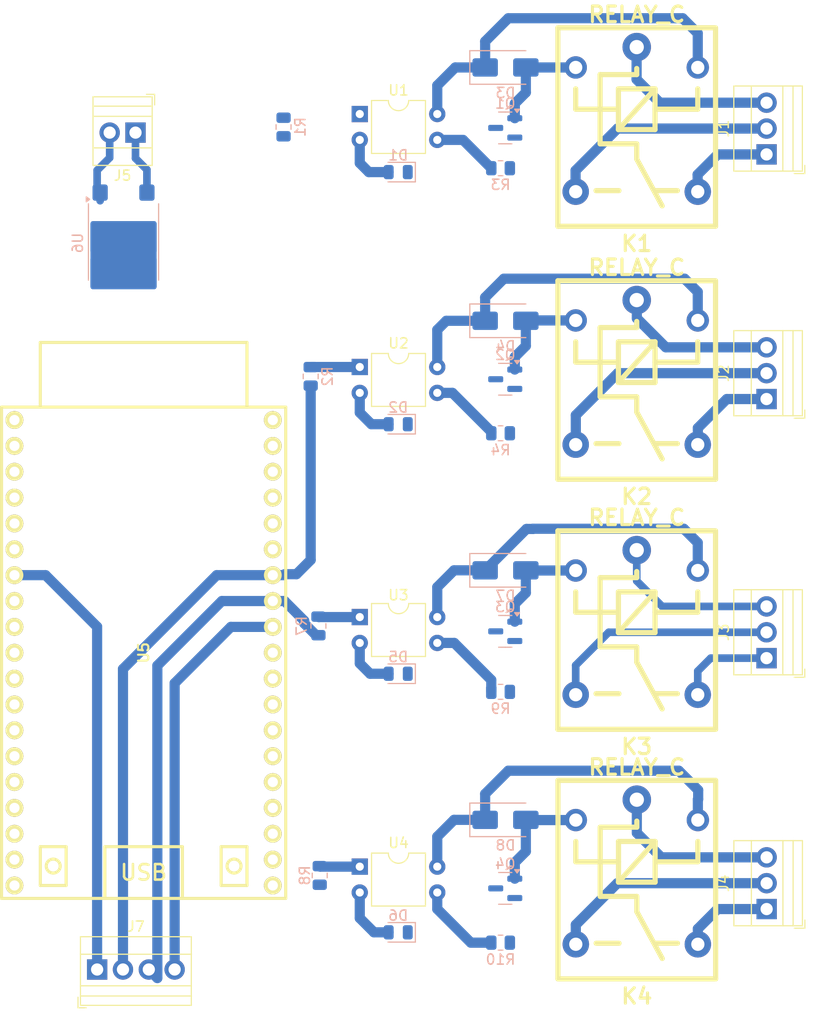
<source format=kicad_pcb>
(kicad_pcb (version 20240108) (generator "pcbnew") (generator_version "8.0")
  (layers (0 "F.Cu" signal) (31 "B.Cu" signal) (34 "B.Paste" user) (35 "F.Paste" user) (36 "B.SilkS" user "B.Silkscreen") (37 "F.SilkS" user "F.Silkscreen") (38 "B.Mask" user) (39 "F.Mask" user) (44 "Edge.Cuts" user))
  (net 0 "")
  (net 1 "Net-(D1-A)")
  (net 2 "Earth")
  (net 3 "Net-(D2-A)")
  (net 4 "IN2")
  (net 5 "Net-(D5-A)")
  (net 6 "Net-(D6-A)")
  (net 7 "Net-(J1-Pin_3)")
  (net 8 "Net-(J1-Pin_2)")
  (net 9 "Net-(J1-Pin_1)")
  (net 10 "Net-(J2-Pin_3)")
  (net 11 "Net-(J2-Pin_2)")
  (net 12 "Net-(J2-Pin_1)")
  (net 13 "Net-(J3-Pin_2)")
  (net 14 "Net-(J3-Pin_1)")
  (net 15 "Net-(J3-Pin_3)")
  (net 16 "Net-(J4-Pin_2)")
  (net 17 "Net-(J4-Pin_3)")
  (net 18 "Net-(J4-Pin_1)")
  (net 19 "IN1")
  (net 22 "Net-(R3-Pad1)")
  (net 23 "Net-(R4-Pad1)")
  (net 24 "Net-(J5-Pin_1)")
  (net 25 "Net-(D3-A)")
  (net 26 "Net-(R9-Pad1)")
  (net 27 "Net-(R10-Pad1)")
  (net 28 "Net-(Q1-B)")
  (net 29 "Net-(Q2-B)")
  (net 30 "Net-(Q3-B)")
  (net 31 "Net-(Q4-B)")
  (net 32 "Net-(D4-A)")
  (net 33 "Net-(R7-Pad1)")
  (net 34 "Net-(D7-A)")
  (net 39 "Net-(D8-A)")
  (net 43 "Net-(R1-Pad2)")
  (net 45 "Net-(R2-Pad2)")
  (net 57 "Net-(R8-Pad2)")
  (net 60 "VCC")
  (net 61 "IN4")
  (net 62 "IN3")
  (footprint "EESTN5:ESP32_DEVKITC" (layer "F.Cu") (at 138.51625 88.74195 -90)
    (property "Reference" "U5" (at 0 0 90) (layer "F.SilkS") (effects (font (size 1.016 1.016) (thickness 0.2032))))
    (property "Value" "ESP32_DEVKITC" (hide yes))
    (fp_text user "USB" (at 21.59 0 180) (layer "F.SilkS") (effects (font (size 1.524 1.524) (thickness 0.254))))
    (pad "1" thru_hole circle (at -22.86 12.7 270) (size 1.75 1.75) (drill 1) (layers "*.Cu" "*.Mask" "F.SilkS"))
    (pad "2" thru_hole circle (at -20.32 12.7 270) (size 1.75 1.75) (drill 1) (layers "*.Cu" "*.Mask" "F.SilkS"))
    (pad "3" thru_hole circle (at -17.78 12.7 270) (size 1.75 1.75) (drill 1) (layers "*.Cu" "*.Mask" "F.SilkS"))
    (pad "4" thru_hole circle (at -15.24 12.7 270) (size 1.75 1.75) (drill 1) (layers "*.Cu" "*.Mask" "F.SilkS"))
    (pad "5" thru_hole circle (at -12.7 12.7 270) (size 1.75 1.75) (drill 1) (layers "*.Cu" "*.Mask" "F.SilkS"))
    (pad "6" thru_hole circle (at -10.16 12.7 270) (size 1.75 1.75) (drill 1) (layers "*.Cu" "*.Mask" "F.SilkS"))
    (pad "7" thru_hole circle (at -7.62 12.7 270) (size 1.75 1.75) (drill 1) (layers "*.Cu" "*.Mask" "F.SilkS") (net 19 "IN1"))
    (pad "8" thru_hole circle (at -5.08 12.7 270) (size 1.75 1.75) (drill 1) (layers "*.Cu" "*.Mask" "F.SilkS"))
    (pad "9" thru_hole circle (at -2.54 12.7 270) (size 1.75 1.75) (drill 1) (layers "*.Cu" "*.Mask" "F.SilkS"))
    (pad "10" thru_hole circle (at 0 12.7 270) (size 1.75 1.75) (drill 1) (layers "*.Cu" "*.Mask" "F.SilkS"))
    (pad "11" thru_hole circle (at 2.54 12.7 270) (size 1.75 1.75) (drill 1) (layers "*.Cu" "*.Mask" "F.SilkS"))
    (pad "12" thru_hole circle (at 5.08 12.7 270) (size 1.75 1.75) (drill 1) (layers "*.Cu" "*.Mask" "F.SilkS"))
    (pad "13" thru_hole circle (at 7.62 12.7 270) (size 1.75 1.75) (drill 1) (layers "*.Cu" "*.Mask" "F.SilkS"))
    (pad "14" thru_hole circle (at 10.16 12.7 270) (size 1.75 1.75) (drill 1) (layers "*.Cu" "*.Mask" "F.SilkS"))
    (pad "15" thru_hole circle (at 12.7 12.7 270) (size 1.75 1.75) (drill 1) (layers "*.Cu" "*.Mask" "F.SilkS"))
    (pad "16" thru_hole circle (at 15.24 12.7 270) (size 1.75 1.75) (drill 1) (layers "*.Cu" "*.Mask" "F.SilkS"))
    (pad "17" thru_hole circle (at 17.78 12.7 270) (size 1.75 1.75) (drill 1) (layers "*.Cu" "*.Mask" "F.SilkS"))
    (pad "18" thru_hole circle (at 20.32 12.7 270) (size 1.75 1.75) (drill 1) (layers "*.Cu" "*.Mask" "F.SilkS"))
    (pad "19" thru_hole circle (at 22.86 12.7 270) (size 1.75 1.75) (drill 1) (layers "*.Cu" "*.Mask" "F.SilkS") (net 60 "VCC"))
    (pad "20" thru_hole circle (at 22.86 -12.7 90) (size 1.75 1.75) (drill 1) (layers "*.Cu" "*.Mask" "F.SilkS"))
    (pad "21" thru_hole circle (at 20.32 -12.7 90) (size 1.75 1.75) (drill 1) (layers "*.Cu" "*.Mask" "F.SilkS"))
    (pad "22" thru_hole circle (at 17.78 -12.7 90) (size 1.75 1.75) (drill 1) (layers "*.Cu" "*.Mask" "F.SilkS"))
    (pad "23" thru_hole circle (at 15.24 -12.7 90) (size 1.75 1.75) (drill 1) (layers "*.Cu" "*.Mask" "F.SilkS"))
    (pad "24" thru_hole circle (at 12.7 -12.7 90) (size 1.75 1.75) (drill 1) (layers "*.Cu" "*.Mask" "F.SilkS"))
    (pad "25" thru_hole circle (at 10.16 -12.7 90) (size 1.75 1.75) (drill 1) (layers "*.Cu" "*.Mask" "F.SilkS"))
    (pad "26" thru_hole circle (at 7.62 -12.7 90) (size 1.75 1.75) (drill 1) (layers "*.Cu" "*.Mask" "F.SilkS"))
    (pad "27" thru_hole circle (at 5.08 -12.7 90) (size 1.75 1.75) (drill 1) (layers "*.Cu" "*.Mask" "F.SilkS"))
    (pad "28" thru_hole circle (at 2.54 -12.7 90) (size 1.75 1.75) (drill 1) (layers "*.Cu" "*.Mask" "F.SilkS"))
    (pad "29" thru_hole circle (at 0 -12.7 90) (size 1.75 1.75) (drill 1) (layers "*.Cu" "*.Mask" "F.SilkS"))
    (pad "30" thru_hole circle (at -2.54 -12.7 90) (size 1.75 1.75) (drill 1) (layers "*.Cu" "*.Mask" "F.SilkS") (net 61 "IN4"))
    (pad "31" thru_hole circle (at -5.08 -12.7 90) (size 1.75 1.75) (drill 1) (layers "*.Cu" "*.Mask" "F.SilkS") (net 62 "IN3"))
    (pad "32" thru_hole circle (at -7.62 -12.7 90) (size 1.75 1.75) (drill 1) (layers "*.Cu" "*.Mask" "F.SilkS") (net 4 "IN2"))
    (pad "33" thru_hole circle (at -10.16 -12.7 90) (size 1.75 1.75) (drill 1) (layers "*.Cu" "*.Mask" "F.SilkS"))
    (pad "34" thru_hole circle (at -12.7 -12.7 90) (size 1.75 1.75) (drill 1) (layers "*.Cu" "*.Mask" "F.SilkS"))
    (pad "35" thru_hole circle (at -15.24 -12.7 90) (size 1.75 1.75) (drill 1) (layers "*.Cu" "*.Mask" "F.SilkS"))
    (pad "36" thru_hole circle (at -17.78 -12.7 90) (size 1.75 1.75) (drill 1) (layers "*.Cu" "*.Mask" "F.SilkS"))
    (pad "37" thru_hole circle (at -20.32 -12.7 90) (size 1.75 1.75) (drill 1) (layers "*.Cu" "*.Mask" "F.SilkS"))
    (pad "38" thru_hole circle (at -22.86 -12.7 90) (size 1.75 1.75) (drill 1) (layers "*.Cu" "*.Mask" "F.SilkS") (net 2 "Earth"))
  )
  (footprint "EESTN5:Relay_C" (layer "F.Cu") (at 186.9973 86.7633)
    (property "Reference" "K3" (at 0 11.2 0) (layer "F.SilkS") (effects (font (size 1.524 1.524) (thickness 0.3048))))
    (property "Value" "RELAY_C" (at 0 -11.3 0) (layer "F.SilkS") (effects (font (size 1.524 1.524) (thickness 0.3048))))
    (pad "1" thru_hole circle (at 0 -8.1) (size 2.8 2.8) (drill 1.4) (layers "*.Cu" "*.Mask") (net 15 "Net-(J3-Pin_3)"))
    (pad "2" thru_hole circle (at -6 -6.1) (size 2.2 2.2) (drill 1.3) (layers "*.Cu" "*.Mask") (net 34 "Net-(D7-A)"))
    (pad "3" thru_hole circle (at -6 6.1) (size 2.6 2.6) (drill 1.3) (layers "*.Cu" "*.Mask") (net 13 "Net-(J3-Pin_2)"))
    (pad "4" thru_hole circle (at 6 6.1) (size 2.6 2.6) (drill 1.3) (layers "*.Cu" "*.Mask") (net 14 "Net-(J3-Pin_1)"))
    (pad "5" thru_hole circle (at 6 -6.1) (size 2.2 2.2) (drill 1.3) (layers "*.Cu" "*.Mask") (net 60 "VCC"))
  )
  (footprint "TerminalBlock:TerminalBlock_Xinya_XY308-2.54-3P_1x03_P2.54mm_Horizontal" (layer "F.Cu") (at 199.76155 63.82075 90)
    (property "Reference" "J2" (at 2.54 -4.22 -90) (layer "F.SilkS"))
    (property "Value" "Screw_Terminal_01x03")
    (pad "1" thru_hole rect (at 0 0 90) (size 2 2) (drill 1.2) (layers "*.Cu" "*.Mask") (net 12 "Net-(J2-Pin_1)"))
    (pad "2" thru_hole circle (at 2.54 0 90) (size 2 2) (drill 1.2) (layers "*.Cu" "*.Mask") (net 11 "Net-(J2-Pin_2)"))
    (pad "3" thru_hole circle (at 5.08 0 90) (size 2 2) (drill 1.2) (layers "*.Cu" "*.Mask") (net 10 "Net-(J2-Pin_3)"))
  )
  (footprint "Package_DIP:DIP-4_W7.62mm" (layer "F.Cu") (at 159.766 85.2383)
    (property "Reference" "U3" (at 3.8 -2.154 360) (layer "F.SilkS"))
    (property "Value" "PC817")
    (pad "1" thru_hole rect (at 0 0) (size 1.6 1.6) (drill 0.8) (layers "*.Cu" "*.Mask") (net 33 "Net-(R7-Pad1)"))
    (pad "2" thru_hole oval (at 0 2.54) (size 1.6 1.6) (drill 0.8) (layers "*.Cu" "*.Mask") (net 5 "Net-(D5-A)"))
    (pad "3" thru_hole oval (at 7.62 2.54) (size 1.6 1.6) (drill 0.8) (layers "*.Cu" "*.Mask") (net 26 "Net-(R9-Pad1)"))
    (pad "4" thru_hole oval (at 7.62 0) (size 1.6 1.6) (drill 0.8) (layers "*.Cu" "*.Mask") (net 60 "VCC"))
  )
  (footprint "EESTN5:Relay_C" (layer "F.Cu") (at 186.9973 37.34995)
    (property "Reference" "K1" (at 0 11.2 0) (layer "F.SilkS") (effects (font (size 1.524 1.524) (thickness 0.3048))))
    (property "Value" "RELAY_C" (at 0 -11.3 0) (layer "F.SilkS") (effects (font (size 1.524 1.524) (thickness 0.3048))))
    (pad "1" thru_hole circle (at 0 -8.1) (size 2.8 2.8) (drill 1.4) (layers "*.Cu" "*.Mask") (net 7 "Net-(J1-Pin_3)"))
    (pad "2" thru_hole circle (at -6 -6.1) (size 2.2 2.2) (drill 1.3) (layers "*.Cu" "*.Mask") (net 25 "Net-(D3-A)"))
    (pad "3" thru_hole circle (at -6 6.1) (size 2.6 2.6) (drill 1.3) (layers "*.Cu" "*.Mask") (net 8 "Net-(J1-Pin_2)"))
    (pad "4" thru_hole circle (at 6 6.1) (size 2.6 2.6) (drill 1.3) (layers "*.Cu" "*.Mask") (net 9 "Net-(J1-Pin_1)"))
    (pad "5" thru_hole circle (at 6 -6.1) (size 2.2 2.2) (drill 1.3) (layers "*.Cu" "*.Mask") (net 60 "VCC"))
  )
  (footprint "TerminalBlock:TerminalBlock_Xinya_XY308-2.54-4P_1x04_P2.54mm_Horizontal" (layer "F.Cu") (at 133.94425 119.85695)
    (property "Reference" "J7" (at 3.81 -4.22 360) (layer "F.SilkS"))
    (property "Value" "Screw_Terminal_01x04")
    (pad "1" thru_hole rect (at 0 0) (size 2 2) (drill 1.2) (layers "*.Cu" "*.Mask") (net 19 "IN1"))
    (pad "2" thru_hole circle (at 2.54 0) (size 2 2) (drill 1.2) (layers "*.Cu" "*.Mask") (net 4 "IN2"))
    (pad "3" thru_hole circle (at 5.08 0) (size 2 2) (drill 1.2) (layers "*.Cu" "*.Mask") (net 62 "IN3"))
    (pad "4" thru_hole circle (at 7.62 0) (size 2 2) (drill 1.2) (layers "*.Cu" "*.Mask") (net 61 "IN4"))
  )
  (footprint "Package_DIP:DIP-4_W7.62mm" (layer "F.Cu") (at 159.766 109.7524)
    (property "Reference" "U4" (at 3.81 -2.33 360) (layer "F.SilkS"))
    (property "Value" "PC817")
    (pad "1" thru_hole rect (at 0 0) (size 1.6 1.6) (drill 0.8) (layers "*.Cu" "*.Mask") (net 57 "Net-(R8-Pad2)"))
    (pad "2" thru_hole oval (at 0 2.54) (size 1.6 1.6) (drill 0.8) (layers "*.Cu" "*.Mask") (net 6 "Net-(D6-A)"))
    (pad "3" thru_hole oval (at 7.62 2.54) (size 1.6 1.6) (drill 0.8) (layers "*.Cu" "*.Mask") (net 27 "Net-(R10-Pad1)"))
    (pad "4" thru_hole oval (at 7.62 0) (size 1.6 1.6) (drill 0.8) (layers "*.Cu" "*.Mask") (net 60 "VCC"))
  )
  (footprint "EESTN5:Relay_C" (layer "F.Cu") (at 186.9973 62.19915)
    (property "Reference" "K2" (at 0 11.2 0) (layer "F.SilkS") (effects (font (size 1.524 1.524) (thickness 0.3048))))
    (property "Value" "RELAY_C" (at 0 -11.3 0) (layer "F.SilkS") (effects (font (size 1.524 1.524) (thickness 0.3048))))
    (pad "1" thru_hole circle (at 0 -8.1) (size 2.8 2.8) (drill 1.4) (layers "*.Cu" "*.Mask") (net 10 "Net-(J2-Pin_3)"))
    (pad "2" thru_hole circle (at -6 -6.1) (size 2.2 2.2) (drill 1.3) (layers "*.Cu" "*.Mask") (net 32 "Net-(D4-A)"))
    (pad "3" thru_hole circle (at -6 6.1) (size 2.6 2.6) (drill 1.3) (layers "*.Cu" "*.Mask") (net 11 "Net-(J2-Pin_2)"))
    (pad "4" thru_hole circle (at 6 6.1) (size 2.6 2.6) (drill 1.3) (layers "*.Cu" "*.Mask") (net 12 "Net-(J2-Pin_1)"))
    (pad "5" thru_hole circle (at 6 -6.1) (size 2.2 2.2) (drill 1.3) (layers "*.Cu" "*.Mask") (net 60 "VCC"))
  )
  (footprint "TerminalBlock:TerminalBlock_Xinya_XY308-2.54-3P_1x03_P2.54mm_Horizontal" (layer "F.Cu") (at 199.76155 89.27155 90)
    (property "Reference" "J3" (at 2.54 -4.22 -90) (layer "F.SilkS"))
    (property "Value" "Screw_Terminal_01x03")
    (pad "1" thru_hole rect (at 0 0 90) (size 2 2) (drill 1.2) (layers "*.Cu" "*.Mask") (net 14 "Net-(J3-Pin_1)"))
    (pad "2" thru_hole circle (at 2.54 0 90) (size 2 2) (drill 1.2) (layers "*.Cu" "*.Mask") (net 13 "Net-(J3-Pin_2)"))
    (pad "3" thru_hole circle (at 5.08 0 90) (size 2 2) (drill 1.2) (layers "*.Cu" "*.Mask") (net 15 "Net-(J3-Pin_3)"))
  )
  (footprint "EESTN5:Relay_C" (layer "F.Cu") (at 187.00675 111.2774)
    (property "Reference" "K4" (at 0 11.2 0) (layer "F.SilkS") (effects (font (size 1.524 1.524) (thickness 0.3048))))
    (property "Value" "RELAY_C" (at 0 -11.3 0) (layer "F.SilkS") (effects (font (size 1.524 1.524) (thickness 0.3048))))
    (pad "1" thru_hole circle (at 0 -8.1) (size 2.8 2.8) (drill 1.4) (layers "*.Cu" "*.Mask") (net 17 "Net-(J4-Pin_3)"))
    (pad "2" thru_hole circle (at -6 -6.1) (size 2.2 2.2) (drill 1.3) (layers "*.Cu" "*.Mask") (net 39 "Net-(D8-A)"))
    (pad "3" thru_hole circle (at -6 6.1) (size 2.6 2.6) (drill 1.3) (layers "*.Cu" "*.Mask") (net 16 "Net-(J4-Pin_2)"))
    (pad "4" thru_hole circle (at 6 6.1) (size 2.6 2.6) (drill 1.3) (layers "*.Cu" "*.Mask") (net 18 "Net-(J4-Pin_1)"))
    (pad "5" thru_hole circle (at 6 -6.1) (size 2.2 2.2) (drill 1.3) (layers "*.Cu" "*.Mask") (net 60 "VCC"))
  )
  (footprint "Package_DIP:DIP-4_W7.62mm" (layer "F.Cu") (at 159.766 60.67415)
    (property "Reference" "U2" (at 3.81 -2.33 360) (layer "F.SilkS"))
    (property "Value" "PC817")
    (pad "1" thru_hole rect (at 0 0) (size 1.6 1.6) (drill 0.8) (layers "*.Cu" "*.Mask") (net 45 "Net-(R2-Pad2)"))
    (pad "2" thru_hole oval (at 0 2.54) (size 1.6 1.6) (drill 0.8) (layers "*.Cu" "*.Mask") (net 3 "Net-(D2-A)"))
    (pad "3" thru_hole oval (at 7.62 2.54) (size 1.6 1.6) (drill 0.8) (layers "*.Cu" "*.Mask") (net 23 "Net-(R4-Pad1)"))
    (pad "4" thru_hole oval (at 7.62 0) (size 1.6 1.6) (drill 0.8) (layers "*.Cu" "*.Mask") (net 60 "VCC"))
  )
  (footprint "TerminalBlock:TerminalBlock_Xinya_XY308-2.54-3P_1x03_P2.54mm_Horizontal" (layer "F.Cu") (at 199.771 113.919 90)
    (property "Reference" "J4" (at 2.54 -4.22 -90) (layer "F.SilkS"))
    (property "Value" "CERRADURA")
    (pad "1" thru_hole rect (at 0 0 90) (size 2 2) (drill 1.2) (layers "*.Cu" "*.Mask") (net 18 "Net-(J4-Pin_1)"))
    (pad "2" thru_hole circle (at 2.54 0 90) (size 2 2) (drill 1.2) (layers "*.Cu" "*.Mask") (net 16 "Net-(J4-Pin_2)"))
    (pad "3" thru_hole circle (at 5.08 0 90) (size 2 2) (drill 1.2) (layers "*.Cu" "*.Mask") (net 17 "Net-(J4-Pin_3)"))
  )
  (footprint "Package_DIP:DIP-4_W7.62mm" (layer "F.Cu") (at 159.766 35.82495)
    (property "Reference" "U1" (at 3.81 -2.33 360) (layer "F.SilkS"))
    (property "Value" "PC817")
    (pad "1" thru_hole rect (at 0 0) (size 1.6 1.6) (drill 0.8) (layers "*.Cu" "*.Mask") (net 43 "Net-(R1-Pad2)"))
    (pad "2" thru_hole oval (at 0 2.54) (size 1.6 1.6) (drill 0.8) (layers "*.Cu" "*.Mask") (net 1 "Net-(D1-A)"))
    (pad "3" thru_hole oval (at 7.62 2.54) (size 1.6 1.6) (drill 0.8) (layers "*.Cu" "*.Mask") (net 22 "Net-(R3-Pad1)"))
    (pad "4" thru_hole oval (at 7.62 0) (size 1.6 1.6) (drill 0.8) (layers "*.Cu" "*.Mask") (net 60 "VCC"))
  )
  (footprint "TerminalBlock:TerminalBlock_Xinya_XY308-2.54-2P_1x02_P2.54mm_Horizontal" (layer "F.Cu") (at 137.7165 37.650001 180)
    (property "Reference" "J5" (at 1.27 -4.22 180) (layer "F.SilkS"))
    (property "Value" "Screw_Terminal_01x02")
    (pad "1" thru_hole rect (at 0 0 180) (size 2 2) (drill 1.2) (layers "*.Cu" "*.Mask") (net 24 "Net-(J5-Pin_1)"))
    (pad "2" thru_hole circle (at 2.54 0 180) (size 2 2) (drill 1.2) (layers "*.Cu" "*.Mask") (net 2 "Earth"))
  )
  (footprint "TerminalBlock:TerminalBlock_Xinya_XY308-2.54-3P_1x03_P2.54mm_Horizontal" (layer "F.Cu") (at 199.76315 39.79095 90)
    (property "Reference" "J1" (at 2.54 -4.22 -90) (layer "F.SilkS"))
    (property "Value" "Screw_Terminal_01x03")
    (pad "1" thru_hole rect (at 0 0 90) (size 2 2) (drill 1.2) (layers "*.Cu" "*.Mask") (net 9 "Net-(J1-Pin_1)"))
    (pad "2" thru_hole circle (at 2.54 0 90) (size 2 2) (drill 1.2) (layers "*.Cu" "*.Mask") (net 8 "Net-(J1-Pin_2)"))
    (pad "3" thru_hole circle (at 5.08 0 90) (size 2 2) (drill 1.2) (layers "*.Cu" "*.Mask") (net 7 "Net-(J1-Pin_3)"))
  )
  (footprint "Resistor_SMD:R_0805_2012Metric" (layer "B.Cu") (at 152.273 37.09995 90)
    (property "Reference" "R1" (at 0 1.65 270) (layer "B.SilkS") (effects (justify mirror)))
    (property "Value" "1K")
    (pad "1" smd roundrect (at -0.9125 0 90) (size 1.025 1.4) (layers "B.Cu" "B.Paste" "B.Mask") (roundrect_rratio 0.243902) (net 19 "IN1"))
    (pad "2" smd roundrect (at 0.9125 0 90) (size 1.025 1.4) (layers "B.Cu" "B.Paste" "B.Mask") (roundrect_rratio 0.243902) (net 43 "Net-(R1-Pad2)"))
  )
  (footprint "Resistor_SMD:R_0805_2012Metric" (layer "B.Cu") (at 173.609 41.148)
    (property "Reference" "R3" (at 0 1.6232 360) (layer "B.SilkS") (effects (justify mirror)))
    (property "Value" "10k")
    (pad "1" smd roundrect (at -0.9125 0) (size 1.025 1.4) (layers "B.Cu" "B.Paste" "B.Mask") (roundrect_rratio 0.243902) (net 22 "Net-(R3-Pad1)"))
    (pad "2" smd roundrect (at 0.9125 0) (size 1.025 1.4) (layers "B.Cu" "B.Paste" "B.Mask") (roundrect_rratio 0.243902) (net 28 "Net-(Q1-B)"))
  )
  (footprint "LED_SMD:LED_0805_2012Metric" (layer "B.Cu") (at 163.546 90.805 180)
    (property "Reference" "D5" (at 0 1.65 180) (layer "B.SilkS") (effects (justify mirror)))
    (property "Value" "LED")
    (pad "1" smd roundrect (at -0.9375 0 180) (size 0.975 1.4) (layers "B.Cu" "B.Paste" "B.Mask") (net 2 "Earth"))
    (pad "2" smd roundrect (at 0.9375 0 180) (size 0.975 1.4) (layers "B.Cu" "B.Paste" "B.Mask") (net 5 "Net-(D5-A)"))
  )
  (footprint "Resistor_SMD:R_0805_2012Metric" (layer "B.Cu") (at 154.94 61.595 90)
    (property "Reference" "R2" (at 0 1.65 270) (layer "B.SilkS") (effects (justify mirror)))
    (property "Value" "1K")
    (pad "1" smd roundrect (at -0.9125 0 90) (size 1.025 1.4) (layers "B.Cu" "B.Paste" "B.Mask") (roundrect_rratio 0.243902) (net 4 "IN2"))
    (pad "2" smd roundrect (at 0.9125 0 90) (size 1.025 1.4) (layers "B.Cu" "B.Paste" "B.Mask") (roundrect_rratio 0.243902) (net 45 "Net-(R2-Pad2)"))
  )
  (footprint "Diode_SMD:D_SMA" (layer "B.Cu") (at 174.0948 31.24995)
    (property "Reference" "D3" (at 0 2.5 360) (layer "B.SilkS") (effects (justify mirror)))
    (property "Value" "D")
    (pad "1" smd roundrect (at -2 0) (size 2.5 1.8) (layers "B.Cu" "B.Paste" "B.Mask") (roundrect_rratio 0.1388888889) (net 60 "VCC"))
    (pad "2" smd roundrect (at 2 0) (size 2.5 1.8) (layers "B.Cu" "B.Paste" "B.Mask") (roundrect_rratio 0.1388888889) (net 25 "Net-(D3-A)"))
  )
  (footprint "Diode_SMD:D_SMA" (layer "B.Cu") (at 174.0948 80.645)
    (property "Reference" "D7" (at 0 2.5 360) (layer "B.SilkS") (effects (justify mirror)))
    (property "Value" "D")
    (pad "1" smd roundrect (at -2 0) (size 2.5 1.8) (layers "B.Cu" "B.Paste" "B.Mask") (roundrect_rratio 0.1388888889) (net 60 "VCC"))
    (pad "2" smd roundrect (at 2 0) (size 2.5 1.8) (layers "B.Cu" "B.Paste" "B.Mask") (roundrect_rratio 0.1388888889) (net 34 "Net-(D7-A)"))
  )
  (footprint "Package_TO_SOT_SMD:ATPAK-2" (layer "B.Cu") (at 136.539 48.492001 -90)
    (property "Reference" "U6" (at 0 4.5 90) (layer "B.SilkS") (effects (justify mirror)))
    (property "Value" "LM7805")
    (pad "1" smd roundrect (at -4.95 2.3 270) (size 1.6 1.5) (layers "B.Cu" "B.Paste" "B.Mask") (roundrect_rratio 0.166667) (net 2 "Earth"))
    (pad "2" smd roundrect (at -0.55 -1.7 270) (size 3.2 3.1) (layers "B.Cu" "B.Paste") (roundrect_rratio 0.080645) (net 60 "VCC"))
    (pad "2" smd roundrect (at -0.55 1.7 270) (size 3.2 3.1) (layers "B.Cu" "B.Paste") (roundrect_rratio 0.080645) (net 60 "VCC"))
    (pad "2" smd roundrect (at 1.2 0 270) (size 6.7 6.5) (layers "B.Cu" "B.Mask") (roundrect_rratio 0.038462) (net 60 "VCC"))
    (pad "2" smd roundrect (at 2.95 -1.7 270) (size 3.2 3.1) (layers "B.Cu" "B.Paste") (roundrect_rratio 0.080645) (net 60 "VCC"))
    (pad "2" smd roundrect (at 2.95 1.7 270) (size 3.2 3.1) (layers "B.Cu" "B.Paste") (roundrect_rratio 0.080645) (net 60 "VCC"))
    (pad "3" smd roundrect (at -4.95 -2.3 270) (size 1.6 1.5) (layers "B.Cu" "B.Paste" "B.Mask") (roundrect_rratio 0.166667) (net 24 "Net-(J5-Pin_1)"))
  )
  (footprint "Resistor_SMD:R_0805_2012Metric" (layer "B.Cu") (at 155.829 110.617 90)
    (property "Reference" "R8" (at 0 -1.46285 270) (layer "B.SilkS") (effects (justify mirror)))
    (property "Value" "1K")
    (pad "1" smd roundrect (at -0.9125 0 90) (size 1.025 1.4) (layers "B.Cu" "B.Paste" "B.Mask") (roundrect_rratio 0.243902) (net 61 "IN4"))
    (pad "2" smd roundrect (at 0.9125 0 90) (size 1.025 1.4) (layers "B.Cu" "B.Paste" "B.Mask") (roundrect_rratio 0.243902) (net 57 "Net-(R8-Pad2)"))
  )
  (footprint "Diode_SMD:D_SMA" (layer "B.Cu") (at 174.0948 56.134)
    (property "Reference" "D4" (at 0 2.5 360) (layer "B.SilkS") (effects (justify mirror)))
    (property "Value" "D")
    (pad "1" smd roundrect (at -2 0) (size 2.5 1.8) (layers "B.Cu" "B.Paste" "B.Mask") (roundrect_rratio 0.1388888889) (net 60 "VCC"))
    (pad "2" smd roundrect (at 2 0) (size 2.5 1.8) (layers "B.Cu" "B.Paste" "B.Mask") (roundrect_rratio 0.1388888889) (net 32 "Net-(D4-A)"))
  )
  (footprint "Package_TO_SOT_SMD:SOT-23" (layer "B.Cu") (at 174.0723 37.18745 180)
    (property "Reference" "Q1" (at 0 2.4 180) (layer "B.SilkS") (effects (justify mirror)))
    (property "Value" "2N2222")
    (pad "1" smd roundrect (at -0.9375 0.95 180) (size 1.475 0.6) (layers "B.Cu" "B.Paste" "B.Mask") (net 25 "Net-(D3-A)"))
    (pad "2" smd roundrect (at -0.9375 -0.95 180) (size 1.475 0.6) (layers "B.Cu" "B.Paste" "B.Mask") (net 28 "Net-(Q1-B)"))
    (pad "3" smd roundrect (at 0.9375 0 180) (size 1.475 0.6) (layers "B.Cu" "B.Paste" "B.Mask") (net 2 "Earth"))
  )
  (footprint "Diode_SMD:D_SMA" (layer "B.Cu") (at 174.0948 105.156)
    (property "Reference" "D8" (at 0 2.5 360) (layer "B.SilkS") (effects (justify mirror)))
    (property "Value" "D")
    (pad "1" smd roundrect (at -2 0) (size 2.5 1.8) (layers "B.Cu" "B.Paste" "B.Mask") (roundrect_rratio 0.1388888889) (net 60 "VCC"))
    (pad "2" smd roundrect (at 2 0) (size 2.5 1.8) (layers "B.Cu" "B.Paste" "B.Mask") (roundrect_rratio 0.1388888889) (net 39 "Net-(D8-A)"))
  )
  (footprint "LED_SMD:LED_0805_2012Metric" (layer "B.Cu") (at 163.546 116.205 180)
    (property "Reference" "D6" (at 0 1.65 180) (layer "B.SilkS") (effects (justify mirror)))
    (property "Value" "LED")
    (pad "1" smd roundrect (at -0.9375 0 180) (size 0.975 1.4) (layers "B.Cu" "B.Paste" "B.Mask") (net 2 "Earth"))
    (pad "2" smd roundrect (at 0.9375 0 180) (size 0.975 1.4) (layers "B.Cu" "B.Paste" "B.Mask") (net 6 "Net-(D6-A)"))
  )
  (footprint "Package_TO_SOT_SMD:SOT-23" (layer "B.Cu") (at 174.0723 61.87515 180)
    (property "Reference" "Q2" (at 0 2.4 180) (layer "B.SilkS") (effects (justify mirror)))
    (property "Value" "2N2222")
    (pad "1" smd roundrect (at -0.9375 0.95 180) (size 1.475 0.6) (layers "B.Cu" "B.Paste" "B.Mask") (net 32 "Net-(D4-A)"))
    (pad "2" smd roundrect (at -0.9375 -0.95 180) (size 1.475 0.6) (layers "B.Cu" "B.Paste" "B.Mask") (net 29 "Net-(Q2-B)"))
    (pad "3" smd roundrect (at 0.9375 0 180) (size 1.475 0.6) (layers "B.Cu" "B.Paste" "B.Mask") (net 2 "Earth"))
  )
  (footprint "Package_TO_SOT_SMD:SOT-23" (layer "B.Cu") (at 174.0723 111.887 180)
    (property "Reference" "Q4" (at 0 2.4 180) (layer "B.SilkS") (effects (justify mirror)))
    (property "Value" "2N2222")
    (pad "1" smd roundrect (at -0.9375 0.95 180) (size 1.475 0.6) (layers "B.Cu" "B.Paste" "B.Mask") (net 39 "Net-(D8-A)"))
    (pad "2" smd roundrect (at -0.9375 -0.95 180) (size 1.475 0.6) (layers "B.Cu" "B.Paste" "B.Mask") (net 31 "Net-(Q4-B)"))
    (pad "3" smd roundrect (at 0.9375 0 180) (size 1.475 0.6) (layers "B.Cu" "B.Paste" "B.Mask") (net 2 "Earth"))
  )
  (footprint "Package_TO_SOT_SMD:SOT-23" (layer "B.Cu") (at 174.0723 86.6403 180)
    (property "Reference" "Q3" (at 0 2.4 180) (layer "B.SilkS") (effects (justify mirror)))
    (property "Value" "2N2222")
    (pad "1" smd roundrect (at -0.9375 0.95 180) (size 1.475 0.6) (layers "B.Cu" "B.Paste" "B.Mask") (net 34 "Net-(D7-A)"))
    (pad "2" smd roundrect (at -0.9375 -0.95 180) (size 1.475 0.6) (layers "B.Cu" "B.Paste" "B.Mask") (net 30 "Net-(Q3-B)"))
    (pad "3" smd roundrect (at 0.9375 0 180) (size 1.475 0.6) (layers "B.Cu" "B.Paste" "B.Mask") (net 2 "Earth"))
  )
  (footprint "LED_SMD:LED_0805_2012Metric" (layer "B.Cu") (at 163.546 66.294 180)
    (property "Reference" "D2" (at 0 1.65 180) (layer "B.SilkS") (effects (justify mirror)))
    (property "Value" "LED")
    (pad "1" smd roundrect (at -0.9375 0 180) (size 0.975 1.4) (layers "B.Cu" "B.Paste" "B.Mask") (net 2 "Earth"))
    (pad "2" smd roundrect (at 0.9375 0 180) (size 0.975 1.4) (layers "B.Cu" "B.Paste" "B.Mask") (net 3 "Net-(D2-A)"))
  )
  (footprint "LED_SMD:LED_0805_2012Metric" (layer "B.Cu") (at 163.546 41.529 180)
    (property "Reference" "D1" (at 0 1.65 180) (layer "B.SilkS") (effects (justify mirror)))
    (property "Value" "LED")
    (pad "1" smd roundrect (at -0.9375 0 180) (size 0.975 1.4) (layers "B.Cu" "B.Paste" "B.Mask") (net 2 "Earth"))
    (pad "2" smd roundrect (at 0.9375 0 180) (size 0.975 1.4) (layers "B.Cu" "B.Paste" "B.Mask") (net 1 "Net-(D1-A)"))
  )
  (footprint "Resistor_SMD:R_0805_2012Metric" (layer "B.Cu") (at 173.609 67.183)
    (property "Reference" "R4" (at 0 1.65 360) (layer "B.SilkS") (effects (justify mirror)))
    (property "Value" "10k")
    (pad "1" smd roundrect (at -0.9125 0) (size 1.025 1.4) (layers "B.Cu" "B.Paste" "B.Mask") (roundrect_rratio 0.243902) (net 23 "Net-(R4-Pad1)"))
    (pad "2" smd roundrect (at 0.9125 0) (size 1.025 1.4) (layers "B.Cu" "B.Paste" "B.Mask") (roundrect_rratio 0.243902) (net 29 "Net-(Q2-B)"))
  )
  (footprint "Resistor_SMD:R_0805_2012Metric" (layer "B.Cu") (at 155.702 86.106 -90)
    (property "Reference" "R7" (at 0 1.65 90) (layer "B.SilkS") (effects (justify mirror)))
    (property "Value" "1K")
    (pad "1" smd roundrect (at -0.9125 0 270) (size 1.025 1.4) (layers "B.Cu" "B.Paste" "B.Mask") (roundrect_rratio 0.243902) (net 33 "Net-(R7-Pad1)"))
    (pad "2" smd roundrect (at 0.9125 0 270) (size 1.025 1.4) (layers "B.Cu" "B.Paste" "B.Mask") (roundrect_rratio 0.243902) (net 62 "IN3"))
  )
  (footprint "Resistor_SMD:R_0805_2012Metric" (layer "B.Cu") (at 173.609 92.583)
    (property "Reference" "R9" (at 0 1.65 360) (layer "B.SilkS") (effects (justify mirror)))
    (property "Value" "10k")
    (pad "1" smd roundrect (at -0.9125 0) (size 1.025 1.4) (layers "B.Cu" "B.Paste" "B.Mask") (roundrect_rratio 0.243902) (net 26 "Net-(R9-Pad1)"))
    (pad "2" smd roundrect (at 0.9125 0) (size 1.025 1.4) (layers "B.Cu" "B.Paste" "B.Mask") (roundrect_rratio 0.243902) (net 30 "Net-(Q3-B)"))
  )
  (footprint "Resistor_SMD:R_0805_2012Metric" (layer "B.Cu") (at 173.609 117.221)
    (property "Reference" "R10" (at 0 1.65 360) (layer "B.SilkS") (effects (justify mirror)))
    (property "Value" "10k")
    (pad "1" smd roundrect (at -0.9125 0) (size 1.025 1.4) (layers "B.Cu" "B.Paste" "B.Mask") (roundrect_rratio 0.243902) (net 27 "Net-(R10-Pad1)"))
    (pad "2" smd roundrect (at 0.9125 0) (size 1.025 1.4) (layers "B.Cu" "B.Paste" "B.Mask") (roundrect_rratio 0.243902) (net 31 "Net-(Q4-B)"))
  )
  (segment (start 159.766 38.36495) (end 159.766 40.64) (width 1) (layer "B.Cu") (net 1))
  (segment (start 159.766 40.64) (end 160.655 41.529) (width 1) (layer "B.Cu") (net 1))
  (segment (start 160.655 41.529) (end 162.6085 41.529) (width 1) (layer "B.Cu") (net 1))
  (segment (start 133.94425 41.351951) (end 133.94425 43.247251) (width 0.75) (layer "B.Cu") (net 2))
  (segment (start 134.239 43.542001) (end 134.239 44.342) (width 0.75) (layer "B.Cu") (net 2))
  (segment (start 133.94425 43.247251) (end 134.239 43.542001) (width 0.75) (layer "B.Cu") (net 2))
  (segment (start 135.1765 37.650001) (end 135.1765 40.119701) (width 0.75) (layer "B.Cu") (net 2))
  (segment (start 135.1765 40.119701) (end 133.94425 41.351951) (width 0.75) (layer "B.Cu") (net 2))
  (segment (start 162.6085 66.294) (end 160.909 66.294) (width 1) (layer "B.Cu") (net 3))
  (segment (start 160.909 66.294) (end 159.766 65.151) (width 1) (layer "B.Cu") (net 3))
  (segment (start 159.766 65.151) (end 159.766 63.21415) (width 1) (layer "B.Cu") (net 3))
  (segment (start 154.94 79.629) (end 153.543 81.026) (width 1) (layer "B.Cu") (net 4))
  (segment (start 152.4 81.026) (end 152.30405 81.12195) (width 1) (layer "B.Cu") (net 4))
  (segment (start 136.48425 90.33775) (end 145.70005 81.12195) (width 1) (layer "B.Cu") (net 4))
  (segment (start 145.70005 81.12195) (end 151.21625 81.12195) (width 1) (layer "B.Cu") (net 4))
  (segment (start 136.48425 119.85695) (end 136.48425 90.33775) (width 1) (layer "B.Cu") (net 4))
  (segment (start 153.543 81.026) (end 152.4 81.026) (width 1) (layer "B.Cu") (net 4))
  (segment (start 152.30405 81.12195) (end 151.21625 81.12195) (width 1) (layer "B.Cu") (net 4))
  (segment (start 154.94 62.5075) (end 154.94 79.629) (width 1) (layer "B.Cu") (net 4))
  (segment (start 159.766 89.789) (end 159.766 87.7783) (width 1) (layer "B.Cu") (net 5))
  (segment (start 162.6085 90.805) (end 160.782 90.805) (width 1) (layer "B.Cu") (net 5))
  (segment (start 160.782 90.805) (end 159.766 89.789) (width 1) (layer "B.Cu") (net 5))
  (segment (start 161.163 116.205) (end 159.766 114.808) (width 1) (layer "B.Cu") (net 6))
  (segment (start 162.6085 116.205) (end 161.163 116.205) (width 1) (layer "B.Cu") (net 6))
  (segment (start 159.766 114.808) (end 159.766 112.2924) (width 1) (layer "B.Cu") (net 6))
  (segment (start 189.27055 34.71095) (end 199.76155 34.71095) (width 1) (layer "B.Cu") (net 7))
  (segment (start 186.98455 32.42495) (end 189.27055 34.71095) (width 1) (layer "B.Cu") (net 7))
  (segment (start 186.98455 29.24995) (end 186.98455 32.42495) (width 1) (layer "B.Cu") (net 7))
  (segment (start 199.76155 37.25095) (end 185.10735 37.25095) (width 1) (layer "B.Cu") (net 8))
  (segment (start 180.98455 41.37375) (end 180.98455 43.44995) (width 1) (layer "B.Cu") (net 8))
  (segment (start 185.10735 37.25095) (end 180.98455 41.37375) (width 1) (layer "B.Cu") (net 8))
  (segment (start 192.98455 43.44995) (end 192.98455 41.76895) (width 1) (layer "B.Cu") (net 9))
  (segment (start 194.96255 39.79095) (end 199.76315 39.79095) (width 1) (layer "B.Cu") (net 9))
  (segment (start 192.98455 41.76895) (end 194.96255 39.79095) (width 1) (layer "B.Cu") (net 9))
  (segment (start 187.00675 55.89035) (end 187.00675 54.09915) (width 1) (layer "B.Cu") (net 10))
  (segment (start 189.85715 58.74075) (end 187.00675 55.89035) (width 1) (layer "B.Cu") (net 10))
  (segment (start 199.76155 58.74075) (end 189.85715 58.74075) (width 1) (layer "B.Cu") (net 10))
  (segment (start 181.00675 68.29915) (end 181.00675 65.40675) (width 1) (layer "B.Cu") (net 11))
  (segment (start 181.00675 65.40675) (end 185.13275 61.28075) (width 1) (layer "B.Cu") (net 11))
  (segment (start 185.13275 61.28075) (end 199.76155 61.28075) (width 1) (layer "B.Cu") (net 11))
  (segment (start 193.00675 66.66555) (end 195.85155 63.82075) (width 1) (layer "B.Cu") (net 12))
  (segment (start 195.85155 63.82075) (end 199.76155 63.82075) (width 1) (layer "B.Cu") (net 12))
  (segment (start 193.00675 68.29915) (end 193.00675 66.66555) (width 1) (layer "B.Cu") (net 12))
  (segment (start 199.76155 86.73155) (end 184.23905 86.73155) (width 0.75) (layer "B.Cu") (net 13))
  (segment (start 180.9973 89.9733) (end 180.9973 92.8633) (width 0.75) (layer "B.Cu") (net 13))
  (segment (start 184.23905 86.73155) (end 180.9973 89.9733) (width 0.75) (layer "B.Cu") (net 13))
  (segment (start 192.9973 90.5463) (end 192.9973 92.8633) (width 0.75) (layer "B.Cu") (net 14))
  (segment (start 199.76155 89.27155) (end 194.27205 89.27155) (width 0.75) (layer "B.Cu") (net 14))
  (segment (start 194.27205 89.27155) (end 192.9973 90.5463) (width 0.75) (layer "B.Cu") (net 14))
  (segment (start 199.76155 84.19155) (end 189.50155 84.19155) (width 0.75) (layer "B.Cu") (net 15))
  (segment (start 186.9973 81.6873) (end 186.9973 78.6633) (width 0.75) (layer "B.Cu") (net 15))
  (segment (start 189.50155 84.19155) (end 186.9973 81.6873) (width 0.75) (layer "B.Cu") (net 15))
  (segment (start 181.00675 117.3774) (end 181.00675 115.46365) (width 1) (layer "B.Cu") (net 16))
  (segment (start 181.00675 115.46365) (end 185.0914 111.379) (width 1) (layer "B.Cu") (net 16))
  (segment (start 185.0914 111.379) (end 199.771 111.379) (width 1) (layer "B.Cu") (net 16))
  (segment (start 189.4094 108.839) (end 187.00675 106.43635) (width 1) (layer "B.Cu") (net 17))
  (segment (start 187.00675 106.43635) (end 187.00675 103.1774) (width 1) (layer "B.Cu") (net 17))
  (segment (start 199.771 108.839) (end 189.4094 108.839) (width 1) (layer "B.Cu") (net 17))
  (segment (start 194.9466 113.919) (end 199.771 113.919) (width 1) (layer "B.Cu") (net 18))
  (segment (start 193.00675 115.85885) (end 194.9466 113.919) (width 1) (layer "B.Cu") (net 18))
  (segment (start 193.00675 117.3774) (end 193.00675 115.85885) (width 1) (layer "B.Cu") (net 18))
  (segment (start 128.87395 81.12195) (end 125.81625 81.12195) (width 1) (layer "B.Cu") (net 19))
  (segment (start 133.94425 119.85695) (end 133.94425 86.19225) (width 1) (layer "B.Cu") (net 19))
  (segment (start 133.94425 86.19225) (end 128.87395 81.12195) (width 1) (layer "B.Cu") (net 19))
  (segment (start 167.386 38.36495) (end 169.91345 38.36495) (width 1) (layer "B.Cu") (net 22))
  (segment (start 169.91345 38.36495) (end 172.6965 41.148) (width 1) (layer "B.Cu") (net 22))
  (segment (start 168.87815 63.21415) (end 167.386 63.21415) (width 1) (layer "B.Cu") (net 23))
  (segment (start 172.6965 67.183) (end 172.6965 67.0325) (width 1) (layer "B.Cu") (net 23))
  (segment (start 172.6965 67.0325) (end 168.87815 63.21415) (width 1) (layer "B.Cu") (net 23))
  (segment (start 138.839 41.294501) (end 138.839 43.542001) (width 0.75) (layer "B.Cu") (net 24))
  (segment (start 137.7165 37.650001) (end 137.7165 40.172001) (width 0.75) (layer "B.Cu") (net 24))
  (segment (start 137.7165 40.172001) (end 138.839 41.294501) (width 0.75) (layer "B.Cu") (net 24))
  (segment (start 176.0948 31.24995) (end 180.9973 31.24995) (width 1) (layer "B.Cu") (net 25))
  (segment (start 175.0098 36.23745) (end 175.0098 34.7942) (width 1) (layer "B.Cu") (net 25))
  (segment (start 176.0948 33.7092) (end 176.0948 31.24995) (width 1) (layer "B.Cu") (net 25))
  (segment (start 175.0098 34.7942) (end 176.0948 33.7092) (width 1) (layer "B.Cu") (net 25))
  (segment (start 172.6965 92.583) (end 172.6965 91.4165) (width 1) (layer "B.Cu") (net 26))
  (segment (start 172.6965 91.4165) (end 169.0583 87.7783) (width 1) (layer "B.Cu") (net 26))
  (segment (start 169.0583 87.7783) (end 167.386 87.7783) (width 1) (layer "B.Cu") (net 26))
  (segment (start 167.386 113.919) (end 167.386 112.2924) (width 1) (layer "B.Cu") (net 27))
  (segment (start 172.6965 117.221) (end 170.688 117.221) (width 1) (layer "B.Cu") (net 27))
  (segment (start 170.688 117.221) (end 167.386 113.919) (width 1) (layer "B.Cu") (net 27))
  (segment (start 175.0098 59.6862) (end 176.0948 58.6012) (width 1) (layer "B.Cu") (net 32))
  (segment (start 175.0098 60.92515) (end 175.0098 59.6862) (width 1) (layer "B.Cu") (net 32))
  (segment (start 180.9973 56.09915) (end 176.12965 56.09915) (width 1) (layer "B.Cu") (net 32))
  (segment (start 176.0948 58.6012) (end 176.0948 56.134) (width 1) (layer "B.Cu") (net 32))
  (segment (start 176.12965 56.09915) (end 176.0948 56.134) (width 1) (layer "B.Cu") (net 32))
  (segment (start 159.766 85.2383) (end 155.7468 85.2383) (width 1) (layer "B.Cu") (net 33))
  (segment (start 155.7468 85.2383) (end 155.702 85.1935) (width 1) (layer "B.Cu") (net 33))
  (segment (start 175.006 83.947) (end 176.0948 82.8582) (width 1) (layer "B.Cu") (net 34))
  (segment (start 180.9973 80.6633) (end 176.1131 80.6633) (width 1) (layer "B.Cu") (net 34))
  (segment (start 175.0098 85.6903) (end 175.0098 83.9508) (width 1) (layer "B.Cu") (net 34))
  (segment (start 176.0948 82.8582) (end 176.0948 80.645) (width 1) (layer "B.Cu") (net 34))
  (segment (start 175.0098 83.9508) (end 175.006 83.947) (width 1) (layer "B.Cu") (net 34))
  (segment (start 176.1131 80.6633) (end 176.0948 80.645) (width 1) (layer "B.Cu") (net 34))
  (segment (start 175.006 109.347) (end 176.0948 108.2582) (width 1) (layer "B.Cu") (net 39))
  (segment (start 181.00675 105.1774) (end 176.1162 105.1774) (width 1) (layer "B.Cu") (net 39))
  (segment (start 176.0948 108.2582) (end 176.0948 105.156) (width 1) (layer "B.Cu") (net 39))
  (segment (start 176.1162 105.1774) (end 176.0948 105.156) (width 1) (layer "B.Cu") (net 39))
  (segment (start 175.0098 110.937) (end 175.0098 109.3508) (width 1) (layer "B.Cu") (net 39))
  (segment (start 175.0098 109.3508) (end 175.006 109.347) (width 1) (layer "B.Cu") (net 39))
  (segment (start 159.766 60.67415) (end 154.94835 60.67415) (width 1) (layer "B.Cu") (net 45))
  (segment (start 154.94835 60.67415) (end 154.94 60.6825) (width 1) (layer "B.Cu") (net 45))
  (segment (start 159.766 109.7524) (end 155.8769 109.7524) (width 1) (layer "B.Cu") (net 57))
  (segment (start 155.8769 109.7524) (end 155.829 109.7045) (width 1) (layer "B.Cu") (net 57))
  (segment (start 191.516 26.416) (end 192.9973 27.8973) (width 1) (layer "B.Cu") (net 60))
  (segment (start 191.6253 76.5633) (end 192.9973 77.9353) (width 1) (layer "B.Cu") (net 60))
  (segment (start 192.9973 56.09915) (end 192.9973 53.2973) (width 1) (layer "B.Cu") (net 60))
  (segment (start 174.371 100.33) (end 191.135 100.33) (width 1) (layer "B.Cu") (net 60))
  (segment (start 192.9973 27.8973) (end 192.9973 31.24995) (width 1) (layer "B.Cu") (net 60))
  (segment (start 193.04 102.235) (end 193.04 103.124) (width 1) (layer "B.Cu") (net 60))
  (segment (start 169.037 80.645) (end 167.386 82.296) (width 1) (layer "B.Cu") (net 60))
  (segment (start 192.9973 53.2973) (end 191.69915 51.99915) (width 1) (layer "B.Cu") (net 60))
  (segment (start 176.784 76.581) (end 176.8017 76.5633) (width 1) (layer "B.Cu") (net 60))
  (segment (start 176.1588 76.581) (end 176.784 76.581) (width 1) (layer "B.Cu") (net 60))
  (segment (start 172.0948 80.645) (end 169.037 80.645) (width 1) (layer "B.Cu") (net 60))
  (segment (start 191.69915 51.99915) (end 173.93385 51.99915) (width 1) (layer "B.Cu") (net 60))
  (segment (start 193.04 103.124) (end 193.00675 103.15725) (width 1) (layer "B.Cu") (net 60))
  (segment (start 169.037 105.156) (end 167.386 106.807) (width 1) (layer "B.Cu") (net 60))
  (segment (start 173.93385 51.99915) (end 172.0948 53.8382) (width 1) (layer "B.Cu") (net 60))
  (segment (start 172.0948 31.24995) (end 172.0948 28.6922) (width 1) (layer "B.Cu") (net 60))
  (segment (start 167.386 60.67415) (end 167.386 57.023) (width 1) (layer "B.Cu") (net 60))
  (segment (start 172.0948 56.134) (end 168.275 56.134) (width 1) (layer "B.Cu") (net 60))
  (segment (start 174.371 26.416) (end 191.516 26.416) (width 1) (layer "B.Cu") (net 60))
  (segment (start 172.0948 28.6922) (end 174.371 26.416) (width 1) (layer "B.Cu") (net 60))
  (segment (start 193.00675 103.15725) (end 193.00675 105.1774) (width 1) (layer "B.Cu") (net 60))
  (segment (start 176.8017 76.5633) (end 191.6253 76.5633) (width 1) (layer "B.Cu") (net 60))
  (segment (start 167.386 35.82495) (end 167.386 33.02) (width 1) (layer "B.Cu") (net 60))
  (segment (start 192.9973 77.9353) (end 192.9973 80.6633) (width 1) (layer "B.Cu") (net 60))
  (segment (start 167.386 82.296) (end 167.386 85.2383) (width 1) (layer "B.Cu") (net 60))
  (segment (start 167.386 33.02) (end 169.15605 31.24995) (width 1) (layer "B.Cu") (net 60))
  (segment (start 172.0948 53.8382) (end 172.0948 56.134) (width 1) (layer "B.Cu") (net 60))
  (segment (start 172.0948 102.6062) (end 174.371 100.33) (width 1) (layer "B.Cu") (net 60))
  (segment (start 191.135 100.33) (end 193.04 102.235) (width 1) (layer "B.Cu") (net 60))
  (segment (start 172.0948 105.156) (end 169.037 105.156) (width 1) (layer "B.Cu") (net 60))
  (segment (start 172.0948 105.156) (end 172.0948 102.6062) (width 1) (layer "B.Cu") (net 60))
  (segment (start 172.0948 80.645) (end 176.1588 76.581) (width 1) (layer "B.Cu") (net 60))
  (segment (start 168.275 56.134) (end 167.386 57.023) (width 1) (layer "B.Cu") (net 60))
  (segment (start 169.15605 31.24995) (end 172.0948 31.24995) (width 1) (layer "B.Cu") (net 60))
  (segment (start 167.386 106.807) (end 167.386 109.7524) (width 1) (layer "B.Cu") (net 60))
  (segment (start 147.09705 86.20195) (end 151.21625 86.20195) (width 1) (layer "B.Cu") (net 61))
  (segment (start 141.56425 91.73475) (end 147.09705 86.20195) (width 1) (layer "B.Cu") (net 61))
  (segment (start 141.56425 119.85695) (end 141.56425 91.73475) (width 1) (layer "B.Cu") (net 61))
  (segment (start 146.20805 83.66195) (end 151.21625 83.66195) (width 1) (layer "B.Cu") (net 62))
  (segment (start 152.36895 83.66195) (end 154.302 85.595) (width 1) (layer "B.Cu") (net 62))
  (segment (start 139.02425 119.85695) (end 139.86425 120.69695) (width 1) (layer "B.Cu") (net 62))
  (segment (start 151.21625 83.66195) (end 152.36895 83.66195) (width 1) (layer "B.Cu") (net 62))
  (segment (start 139.86425 120.69695) (end 139.86425 90.00575) (width 1) (layer "B.Cu") (net 62))
  (segment (start 139.86425 90.00575) (end 146.20805 83.66195) (width 1) (layer "B.Cu") (net 62))
  (segment (start 154.302 85.595) (end 154.302 85.85643) (width 1) (layer "B.Cu") (net 62))
  (segment (start 154.302 85.85643) (end 155.46407 87.0185) (width 1) (layer "B.Cu") (net 62))
  (segment (start 155.46407 87.0185) (end 155.702 87.0185) (width 1) (layer "B.Cu") (net 62))
)
</source>
